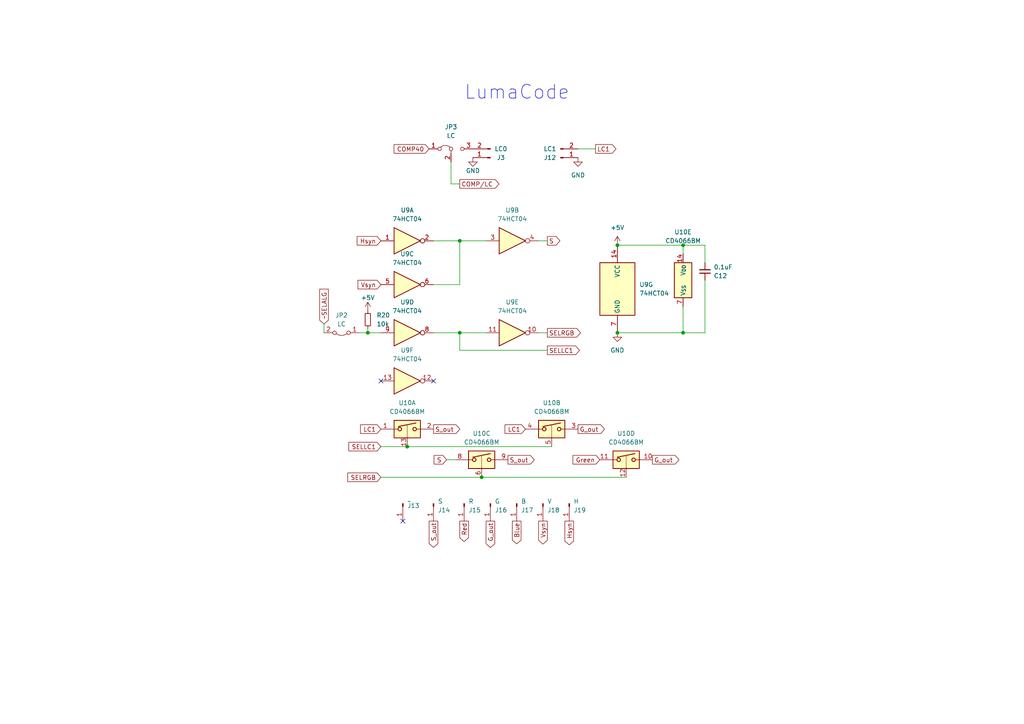
<source format=kicad_sch>
(kicad_sch (version 20230121) (generator eeschema)
  (paper "A4")
  (lib_symbols
    (symbol "74xx:74HCT04"
      (property "Reference" "U" (at 0 1.27 0))
      (property "Value" "74HCT04" (at 0 -1.27 0))
      (symbol "74HCT04_1_0"
        (polyline (pts (xy -3.81 3.81) (xy -3.81 -3.81) (xy 3.81 0) (xy -3.81 3.81)) (stroke (width 0.254)) (fill (type background)))
        (pin input line (at -7.62 0 0) (length 3.81) (name "~") (number "1"))
        (pin output inverted (at 7.62 0 180) (length 3.81) (name "~") (number "2"))
      )
      (symbol "74HCT04_2_0"
        (polyline (pts (xy -3.81 3.81) (xy -3.81 -3.81) (xy 3.81 0) (xy -3.81 3.81)) (stroke (width 0.254)) (fill (type background)))
        (pin input line (at -7.62 0 0) (length 3.81) (name "~") (number "3"))
        (pin output inverted (at 7.62 0 180) (length 3.81) (name "~") (number "4"))
      )
      (symbol "74HCT04_3_0"
        (polyline (pts (xy -3.81 3.81) (xy -3.81 -3.81) (xy 3.81 0) (xy -3.81 3.81)) (stroke (width 0.254)) (fill (type background)))
        (pin input line (at -7.62 0 0) (length 3.81) (name "~") (number "5"))
        (pin output inverted (at 7.62 0 180) (length 3.81) (name "~") (number "6"))
      )
      (symbol "74HCT04_4_0"
        (polyline (pts (xy -3.81 3.81) (xy -3.81 -3.81) (xy 3.81 0) (xy -3.81 3.81)) (stroke (width 0.254)) (fill (type background)))
        (pin output inverted (at 7.62 0 180) (length 3.81) (name "~") (number "8"))
        (pin input line (at -7.62 0 0) (length 3.81) (name "~") (number "9"))
      )
      (symbol "74HCT04_5_0"
        (polyline (pts (xy -3.81 3.81) (xy -3.81 -3.81) (xy 3.81 0) (xy -3.81 3.81)) (stroke (width 0.254)) (fill (type background)))
        (pin output inverted (at 7.62 0 180) (length 3.81) (name "~") (number "10"))
        (pin input line (at -7.62 0 0) (length 3.81) (name "~") (number "11"))
      )
      (symbol "74HCT04_6_0"
        (polyline (pts (xy -3.81 3.81) (xy -3.81 -3.81) (xy 3.81 0) (xy -3.81 3.81)) (stroke (width 0.254)) (fill (type background)))
        (pin output inverted (at 7.62 0 180) (length 3.81) (name "~") (number "12"))
        (pin input line (at -7.62 0 0) (length 3.81) (name "~") (number "13"))
      )
      (symbol "74HCT04_7_0"
        (pin power_in line (at 0 12.7 270) (length 5.08) (name "VCC") (number "14"))
        (pin power_in line (at 0 -12.7 90) (length 5.08) (name "GND") (number "7"))
      )
      (symbol "74HCT04_7_1"
        (rectangle (start -5.08 7.62) (end 5.08 -7.62) (stroke (width 0.254)) (fill (type background)))
      )
    )
    (symbol "Analog_Switch:CD4066BM"
      (property "Reference" "U" (at -5.08 3.81 0))
      (property "Value" "CD4066BM" (at 7.62 3.81 0))
      (symbol "CD4066BM_1_1"
        (rectangle (start -3.81 2.54) (end 3.81 -2.54) (stroke (width 0.254)) (fill (type background)))
        (circle (center -2.159 0) (radius 0.508) (stroke (width 0.254)))
        (polyline (pts (xy -5.08 0) (xy -2.794 0)))
        (polyline (pts (xy -2.54 0.762) (xy 2.54 1.778)) (stroke (width 0.254)))
        (polyline (pts (xy 0 -2.54) (xy 0 -2.032)))
        (polyline (pts (xy 0 -1.778) (xy 0 -1.524)))
        (polyline (pts (xy 0 -1.27) (xy 0 -1.016)))
        (polyline (pts (xy 0 -0.762) (xy 0 -0.508)))
        (polyline (pts (xy 0 -0.254) (xy 0 0)))
        (polyline (pts (xy 0 0.254) (xy 0 0.508)))
        (polyline (pts (xy 0 0.762) (xy 0 1.016)))
        (polyline (pts (xy 5.08 0) (xy 2.794 0)))
        (circle (center 2.159 0) (radius 0.508) (stroke (width 0.254)))
        (pin bidirectional line (at -7.62 0 0) (length 2.54) (name "~") (number "1"))
        (pin input line (at 0 -5.08 90) (length 2.54) (name "~") (number "13"))
        (pin bidirectional line (at 7.62 0 180) (length 2.54) (name "~") (number "2"))
      )
      (symbol "CD4066BM_2_1"
        (rectangle (start -3.81 2.54) (end 3.81 -2.54) (stroke (width 0.254)) (fill (type background)))
        (circle (center -2.159 0) (radius 0.508) (stroke (width 0.254)))
        (polyline (pts (xy -5.08 0) (xy -2.794 0)))
        (polyline (pts (xy -2.54 0.762) (xy 2.54 1.778)) (stroke (width 0.254)))
        (polyline (pts (xy 0 -2.54) (xy 0 -2.032)))
        (polyline (pts (xy 0 -1.778) (xy 0 -1.524)))
        (polyline (pts (xy 0 -1.27) (xy 0 -1.016)))
        (polyline (pts (xy 0 -0.762) (xy 0 -0.508)))
        (polyline (pts (xy 0 -0.254) (xy 0 0)))
        (polyline (pts (xy 0 0.254) (xy 0 0.508)))
        (polyline (pts (xy 0 0.762) (xy 0 1.016)))
        (polyline (pts (xy 5.08 0) (xy 2.794 0)))
        (circle (center 2.159 0) (radius 0.508) (stroke (width 0.254)))
        (pin bidirectional line (at 7.62 0 180) (length 2.54) (name "~") (number "3"))
        (pin bidirectional line (at -7.62 0 0) (length 2.54) (name "~") (number "4"))
        (pin input line (at 0 -5.08 90) (length 2.54) (name "~") (number "5"))
      )
      (symbol "CD4066BM_3_1"
        (rectangle (start -3.81 2.54) (end 3.81 -2.54) (stroke (width 0.254)) (fill (type background)))
        (circle (center -2.159 0) (radius 0.508) (stroke (width 0.254)))
        (polyline (pts (xy -5.08 0) (xy -2.794 0)))
        (polyline (pts (xy -2.54 0.762) (xy 2.54 1.778)) (stroke (width 0.254)))
        (polyline (pts (xy 0 -2.54) (xy 0 -2.032)))
        (polyline (pts (xy 0 -1.778) (xy 0 -1.524)))
        (polyline (pts (xy 0 -1.27) (xy 0 -1.016)))
        (polyline (pts (xy 0 -0.762) (xy 0 -0.508)))
        (polyline (pts (xy 0 -0.254) (xy 0 0)))
        (polyline (pts (xy 0 0.254) (xy 0 0.508)))
        (polyline (pts (xy 0 0.762) (xy 0 1.016)))
        (polyline (pts (xy 5.08 0) (xy 2.794 0)))
        (circle (center 2.159 0) (radius 0.508) (stroke (width 0.254)))
        (pin input line (at 0 -5.08 90) (length 2.54) (name "~") (number "6"))
        (pin bidirectional line (at -7.62 0 0) (length 2.54) (name "~") (number "8"))
        (pin bidirectional line (at 7.62 0 180) (length 2.54) (name "~") (number "9"))
      )
      (symbol "CD4066BM_4_1"
        (rectangle (start -3.81 2.54) (end 3.81 -2.54) (stroke (width 0.254)) (fill (type background)))
        (circle (center -2.159 0) (radius 0.508) (stroke (width 0.254)))
        (polyline (pts (xy -5.08 0) (xy -2.794 0)))
        (polyline (pts (xy -2.54 0.762) (xy 2.54 1.778)) (stroke (width 0.254)))
        (polyline (pts (xy 0 -2.54) (xy 0 -2.032)))
        (polyline (pts (xy 0 -1.778) (xy 0 -1.524)))
        (polyline (pts (xy 0 -1.27) (xy 0 -1.016)))
        (polyline (pts (xy 0 -0.762) (xy 0 -0.508)))
        (polyline (pts (xy 0 -0.254) (xy 0 0)))
        (polyline (pts (xy 0 0.254) (xy 0 0.508)))
        (polyline (pts (xy 0 0.762) (xy 0 1.016)))
        (polyline (pts (xy 5.08 0) (xy 2.794 0)))
        (circle (center 2.159 0) (radius 0.508) (stroke (width 0.254)))
        (pin bidirectional line (at 7.62 0 180) (length 2.54) (name "~") (number "10"))
        (pin bidirectional line (at -7.62 0 0) (length 2.54) (name "~") (number "11"))
        (pin input line (at 0 -5.08 90) (length 2.54) (name "~") (number "12"))
      )
      (symbol "CD4066BM_5_1"
        (rectangle (start -2.54 5.08) (end 2.54 -5.08) (stroke (width 0.254)) (fill (type background)))
        (pin power_in line (at 0 7.62 270) (length 2.54) (name "V_{DD}") (number "14"))
        (pin power_in line (at 0 -7.62 90) (length 2.54) (name "V_{SS}") (number "7"))
      )
    )
    (symbol "Connector:Conn_01x01_Pin" (pin_names (offset 1.016) hide)
      (property "Reference" "J" (at 0 2.54 0))
      (property "Value" "Conn_01x01_Pin" (at 0 -2.54 0))
      (symbol "Conn_01x01_Pin_1_1"
        (polyline (pts (xy 1.27 0) (xy 0.8636 0)) (stroke (width 0.1524)))
        (rectangle (start 0.8636 0.127) (end 0 -0.127) (stroke (width 0.1524)) (fill (type outline)))
        (pin passive line (at 5.08 0 180) (length 3.81) (name "Pin_1") (number "1"))
      )
    )
    (symbol "Connector:Conn_01x02_Pin" (pin_names (offset 1.016) hide)
      (property "Reference" "J" (at 0 2.54 0))
      (property "Value" "Conn_01x02_Pin" (at 0 -5.08 0))
      (symbol "Conn_01x02_Pin_1_1"
        (polyline (pts (xy 1.27 -2.54) (xy 0.8636 -2.54)) (stroke (width 0.1524)))
        (polyline (pts (xy 1.27 0) (xy 0.8636 0)) (stroke (width 0.1524)))
        (rectangle (start 0.8636 -2.413) (end 0 -2.667) (stroke (width 0.1524)) (fill (type outline)))
        (rectangle (start 0.8636 0.127) (end 0 -0.127) (stroke (width 0.1524)) (fill (type outline)))
        (pin passive line (at 5.08 0 180) (length 3.81) (name "Pin_1") (number "1"))
        (pin passive line (at 5.08 -2.54 180) (length 3.81) (name "Pin_2") (number "2"))
      )
    )
    (symbol "Device:C_Small" (pin_numbers hide) (pin_names (offset 0.254) hide)
      (property "Reference" "C" (at 0.254 1.778 0))
      (property "Value" "C_Small" (at 0.254 -2.032 0))
      (symbol "C_Small_0_1"
        (polyline (pts (xy -1.524 -0.508) (xy 1.524 -0.508)) (stroke (width 0.3302)))
        (polyline (pts (xy -1.524 0.508) (xy 1.524 0.508)) (stroke (width 0.3048)))
      )
      (symbol "C_Small_1_1"
        (pin passive line (at 0 2.54 270) (length 2.032) (name "~") (number "1"))
        (pin passive line (at 0 -2.54 90) (length 2.032) (name "~") (number "2"))
      )
    )
    (symbol "Device:R_Small" (pin_numbers hide) (pin_names (offset 0.254) hide)
      (property "Reference" "R" (at 0.762 0.508 0))
      (property "Value" "R_Small" (at 0.762 -1.016 0))
      (symbol "R_Small_0_1"
        (rectangle (start -0.762 1.778) (end 0.762 -1.778) (stroke (width 0.2032)))
      )
      (symbol "R_Small_1_1"
        (pin passive line (at 0 2.54 270) (length 0.762) (name "~") (number "1"))
        (pin passive line (at 0 -2.54 90) (length 0.762) (name "~") (number "2"))
      )
    )
    (symbol "Jumper:Jumper_2_Bridged" (pin_names (offset 0) hide)
      (property "Reference" "JP" (at 0 1.905 0))
      (property "Value" "Jumper_2_Bridged" (at 0 -2.54 0))
      (symbol "Jumper_2_Bridged_0_0"
        (circle (center -2.032 0) (radius 0.508))
        (circle (center 2.032 0) (radius 0.508))
      )
      (symbol "Jumper_2_Bridged_0_1"
        (arc (start 1.524 0.254) (mid 0 0.762) (end -1.524 0.254))
      )
      (symbol "Jumper_2_Bridged_1_1"
        (pin passive line (at -5.08 0 0) (length 2.54) (name "A") (number "1"))
        (pin passive line (at 5.08 0 180) (length 2.54) (name "B") (number "2"))
      )
    )
    (symbol "Jumper:Jumper_3_Bridged12" (pin_names (offset 0) hide)
      (property "Reference" "JP" (at -2.54 -2.54 0))
      (property "Value" "Jumper_3_Bridged12" (at 0 2.794 0))
      (symbol "Jumper_3_Bridged12_0_0"
        (circle (center -3.302 0) (radius 0.508))
        (circle (center 0 0) (radius 0.508))
        (circle (center 3.302 0) (radius 0.508))
      )
      (symbol "Jumper_3_Bridged12_0_1"
        (arc (start -0.254 0.508) (mid -1.651 0.9912) (end -3.048 0.508))
        (polyline (pts (xy 0 -1.27) (xy 0 -0.508)))
      )
      (symbol "Jumper_3_Bridged12_1_1"
        (pin passive line (at -6.35 0 0) (length 2.54) (name "A") (number "1"))
        (pin passive line (at 0 -3.81 90) (length 2.54) (name "C") (number "2"))
        (pin passive line (at 6.35 0 180) (length 2.54) (name "B") (number "3"))
      )
    )
    (symbol "power:+5V" (power) (pin_names (offset 0))
      (property "Value" "+5V" (at 0 3.556 0))
      (symbol "+5V_0_1"
        (polyline (pts (xy -0.762 1.27) (xy 0 2.54)))
        (polyline (pts (xy 0 0) (xy 0 2.54)))
        (polyline (pts (xy 0 2.54) (xy 0.762 1.27)))
      )
      (symbol "+5V_1_1"
        (pin power_in line (at 0 0 90) (length 0) hide (name "+5V") (number "1"))
      )
    )
    (symbol "power:GND" (power) (pin_names (offset 0))
      (property "Value" "GND" (at 0 -3.81 0))
      (symbol "GND_0_1"
        (polyline (pts (xy 0 0) (xy 0 -1.27) (xy 1.27 -1.27) (xy 0 -2.54) (xy -1.27 -1.27) (xy 0 -1.27)))
      )
      (symbol "GND_1_1"
        (pin power_in line (at 0 0 270) (length 0) hide (name "GND") (number "1"))
      )
    )
  )
  (junction (at 118.11 129.54))
  (junction (at 133.35 96.52))
  (junction (at 133.35 69.85))
  (junction (at 198.12 71.12))
  (junction (at 179.07 96.52))
  (junction (at 179.07 71.12))
  (junction (at 106.68 96.52))
  (junction (at 139.7 138.43))
  (junction (at 198.12 96.52))
  (no_connect (at 125.73 110.49))
  (no_connect (at 116.84 151.13))
  (no_connect (at 110.49 110.49))
  (wire (pts (xy 204.47 71.12) (xy 204.47 76.2)))
  (wire (pts (xy 198.12 88.9) (xy 198.12 96.52)))
  (wire (pts (xy 118.11 129.54) (xy 160.02 129.54)))
  (wire (pts (xy 110.49 129.54) (xy 118.11 129.54)))
  (wire (pts (xy 204.47 81.28) (xy 204.47 96.52)))
  (wire (pts (xy 133.35 96.52) (xy 133.35 101.6)))
  (wire (pts (xy 106.68 95.25) (xy 106.68 96.52)))
  (wire (pts (xy 139.7 138.43) (xy 181.61 138.43)))
  (wire (pts (xy 198.12 71.12) (xy 179.07 71.12)))
  (wire (pts (xy 198.12 71.12) (xy 198.12 73.66)))
  (wire (pts (xy 104.14 96.52) (xy 106.68 96.52)))
  (wire (pts (xy 110.49 138.43) (xy 139.7 138.43)))
  (wire (pts (xy 204.47 96.52) (xy 198.12 96.52)))
  (wire (pts (xy 129.54 133.35) (xy 132.08 133.35)))
  (wire (pts (xy 130.81 53.34) (xy 130.81 46.99)))
  (wire (pts (xy 133.35 101.6) (xy 158.75 101.6)))
  (wire (pts (xy 133.35 96.52) (xy 140.97 96.52)))
  (wire (pts (xy 125.73 82.55) (xy 133.35 82.55)))
  (wire (pts (xy 198.12 71.12) (xy 204.47 71.12)))
  (wire (pts (xy 133.35 53.34) (xy 130.81 53.34)))
  (wire (pts (xy 106.68 96.52) (xy 110.49 96.52)))
  (wire (pts (xy 125.73 69.85) (xy 133.35 69.85)))
  (wire (pts (xy 133.35 69.85) (xy 140.97 69.85)))
  (wire (pts (xy 93.98 93.98) (xy 93.98 96.52)))
  (wire (pts (xy 125.73 96.52) (xy 133.35 96.52)))
  (wire (pts (xy 156.21 96.52) (xy 158.75 96.52)))
  (wire (pts (xy 133.35 82.55) (xy 133.35 69.85)))
  (wire (pts (xy 156.21 69.85) (xy 158.75 69.85)))
  (wire (pts (xy 198.12 96.52) (xy 179.07 96.52)))
  (wire (pts (xy 167.64 43.18) (xy 172.72 43.18)))
  (text "LumaCode" (at 134.62 29.21 0) (effects (font (size 4 4)) (justify left bottom)))
  (global_label "G_out" (shape output) (at 167.64 124.46 0) (property "Intersheetrefs" "${INTERSHEET_REFS}" (effects hide)))
  (global_label "Green" (shape input) (at 173.99 133.35 180) (property "Intersheetrefs" "${INTERSHEET_REFS}" (effects hide)))
  (global_label "SELRGB" (shape output) (at 158.75 96.52 0) (property "Intersheetrefs" "${INTERSHEET_REFS}" (effects hide)))
  (global_label "LC1" (shape output) (at 172.72 43.18 0) (property "Intersheetrefs" "${INTERSHEET_REFS}" (effects hide)))
  (global_label "Vsyn" (shape output) (at 157.48 151.13 270) (property "Intersheetrefs" "${INTERSHEET_REFS}" (effects hide)))
  (global_label "Vsyn" (shape input) (at 110.49 82.55 180) (property "Intersheetrefs" "${INTERSHEET_REFS}" (effects hide)))
  (global_label "S_out" (shape output) (at 125.73 124.46 0) (property "Intersheetrefs" "${INTERSHEET_REFS}" (effects hide)))
  (global_label "G_out" (shape output) (at 142.24 151.13 270) (property "Intersheetrefs" "${INTERSHEET_REFS}" (effects hide)))
  (global_label "S_out" (shape output) (at 147.32 133.35 0) (property "Intersheetrefs" "${INTERSHEET_REFS}" (effects hide)))
  (global_label "~SELALG" (shape input) (at 93.98 93.98 90) (property "Intersheetrefs" "${INTERSHEET_REFS}" (effects hide)))
  (global_label "G_out" (shape output) (at 189.23 133.35 0) (property "Intersheetrefs" "${INTERSHEET_REFS}" (effects hide)))
  (global_label "SELLC1" (shape input) (at 110.49 129.54 180) (property "Intersheetrefs" "${INTERSHEET_REFS}" (effects hide)))
  (global_label "S" (shape input) (at 129.54 133.35 180) (property "Intersheetrefs" "${INTERSHEET_REFS}" (effects hide)))
  (global_label "S" (shape output) (at 158.75 69.85 0) (property "Intersheetrefs" "${INTERSHEET_REFS}" (effects hide)))
  (global_label "SELLC1" (shape output) (at 158.75 101.6 0) (property "Intersheetrefs" "${INTERSHEET_REFS}" (effects hide)))
  (global_label "S_out" (shape output) (at 125.73 151.13 270) (property "Intersheetrefs" "${INTERSHEET_REFS}" (effects hide)))
  (global_label "COMP{slash}LC" (shape output) (at 133.35 53.34 0) (property "Intersheetrefs" "${INTERSHEET_REFS}" (effects hide)))
  (global_label "COMP40" (shape input) (at 124.46 43.18 180) (property "Intersheetrefs" "${INTERSHEET_REFS}" (effects hide)))
  (global_label "SELRGB" (shape input) (at 110.49 138.43 180) (property "Intersheetrefs" "${INTERSHEET_REFS}" (effects hide)))
  (global_label "Blue" (shape output) (at 149.86 151.13 270) (property "Intersheetrefs" "${INTERSHEET_REFS}" (effects hide)))
  (global_label "LC1" (shape input) (at 110.49 124.46 180) (property "Intersheetrefs" "${INTERSHEET_REFS}" (effects hide)))
  (global_label "Red" (shape output) (at 134.62 151.13 270) (property "Intersheetrefs" "${INTERSHEET_REFS}" (effects hide)))
  (global_label "Hsyn" (shape input) (at 110.49 69.85 180) (property "Intersheetrefs" "${INTERSHEET_REFS}" (effects hide)))
  (global_label "LC1" (shape input) (at 152.4 124.46 180) (property "Intersheetrefs" "${INTERSHEET_REFS}" (effects hide)))
  (global_label "Hsyn" (shape output) (at 165.1 151.13 270) (property "Intersheetrefs" "${INTERSHEET_REFS}" (effects hide)))
  (symbol (lib_id "Analog_Switch:CD4066BM") (at 181.61 133.35 0) (unit 4)
    (property "Reference" "U10" (at 181.61 125.73 0))
    (property "Value" "CD4066BM" (at 181.61 128.27 0))
    (property "Footprint" "Package_SO:SO-14_3.9x8.65mm_P1.27mm" (effects hide))
    (property "Datasheet" "https://www.ti.com/lit/ds/symlink/cd4066b.pdf" (effects hide))
  )
  (symbol (lib_id "power:+5V") (at 179.07 71.12 0) (unit 1)
    (property "Reference" "#PWR052" (effects hide))
    (property "Value" "+5V" (at 179.07 66.04 0))
  )
  (symbol (lib_id "Connector:Conn_01x02_Pin") (at 142.24 45.72 180) (unit 1)
    (property "Reference" "J3" (at 145.288 45.72 0))
    (property "Value" "LC0" (at 145.288 43.18 0))
    (property "Footprint" "Connector_PinHeader_2.54mm:PinHeader_1x02_P2.54mm_Vertical" (effects hide))
  )
  (symbol (lib_id "Connector:Conn_01x02_Pin") (at 162.56 45.72 0) (mirror x) (unit 1)
    (property "Reference" "J12" (at 159.512 45.72 0))
    (property "Value" "LC1" (at 159.512 43.18 0))
    (property "Footprint" "Connector_PinHeader_2.54mm:PinHeader_1x02_P2.54mm_Vertical" (effects hide))
  )
  (symbol (lib_id "Connector:Conn_01x01_Pin") (at 142.24 146.05 90) (mirror x) (unit 1)
    (property "Reference" "J16" (at 143.51 147.955 90) (effects (justify right)))
    (property "Value" "G" (at 143.51 145.415 90) (effects (justify right)))
    (property "Footprint" "Connector_PinHeader_2.54mm:PinHeader_1x01_P2.54mm_Vertical" (effects hide))
  )
  (symbol (lib_id "74xx:74HCT04") (at 118.11 82.55 0) (unit 3)
    (property "Reference" "U9" (at 118.11 73.66 0))
    (property "Value" "74HCT04" (at 118.11 76.2 0))
    (property "Footprint" "Package_SO:SO-14_3.9x8.65mm_P1.27mm" (effects hide))
    (property "Datasheet" "https://assets.nexperia.com/documents/data-sheet/74HC_HCT04.pdf" (effects hide))
  )
  (symbol (lib_id "power:GND") (at 179.07 96.52 0) (unit 1)
    (property "Reference" "#PWR051" (effects hide))
    (property "Value" "GND" (at 179.07 101.6 0))
  )
  (symbol (lib_id "Connector:Conn_01x01_Pin") (at 157.48 146.05 90) (mirror x) (unit 1)
    (property "Reference" "J18" (at 158.75 147.955 90) (effects (justify right)))
    (property "Value" "V" (at 158.75 145.415 90) (effects (justify right)))
    (property "Footprint" "Connector_PinHeader_2.54mm:PinHeader_1x01_P2.54mm_Vertical" (effects hide))
  )
  (symbol (lib_id "Connector:Conn_01x01_Pin") (at 149.86 146.05 90) (mirror x) (unit 1)
    (property "Reference" "J17" (at 151.13 147.955 90) (effects (justify right)))
    (property "Value" "B" (at 151.13 145.415 90) (effects (justify right)))
    (property "Footprint" "Connector_PinHeader_2.54mm:PinHeader_1x01_P2.54mm_Vertical" (effects hide))
  )
  (symbol (lib_id "74xx:74HCT04") (at 118.11 96.52 0) (unit 4)
    (property "Reference" "U9" (at 118.11 87.63 0))
    (property "Value" "74HCT04" (at 118.11 90.17 0))
    (property "Footprint" "Package_SO:SO-14_3.9x8.65mm_P1.27mm" (effects hide))
    (property "Datasheet" "https://assets.nexperia.com/documents/data-sheet/74HC_HCT04.pdf" (effects hide))
  )
  (symbol (lib_id "power:GND") (at 167.64 45.72 0) (unit 1)
    (property "Reference" "#PWR053" (effects hide))
    (property "Value" "GND" (at 167.64 50.8 0))
  )
  (symbol (lib_id "Connector:Conn_01x01_Pin") (at 134.62 146.05 90) (mirror x) (unit 1)
    (property "Reference" "J15" (at 135.89 147.955 90) (effects (justify right)))
    (property "Value" "R" (at 135.89 145.415 90) (effects (justify right)))
    (property "Footprint" "Connector_PinHeader_2.54mm:PinHeader_1x01_P2.54mm_Vertical" (effects hide))
  )
  (symbol (lib_id "Analog_Switch:CD4066BM") (at 160.02 124.46 0) (unit 2)
    (property "Reference" "U10" (at 160.02 116.84 0))
    (property "Value" "CD4066BM" (at 160.02 119.38 0))
    (property "Footprint" "Package_SO:SO-14_3.9x8.65mm_P1.27mm" (effects hide))
    (property "Datasheet" "https://www.ti.com/lit/ds/symlink/cd4066b.pdf" (effects hide))
  )
  (symbol (lib_id "74xx:74HCT04") (at 148.59 96.52 0) (unit 5)
    (property "Reference" "U9" (at 148.59 87.63 0))
    (property "Value" "74HCT04" (at 148.59 90.17 0))
    (property "Footprint" "Package_SO:SO-14_3.9x8.65mm_P1.27mm" (effects hide))
    (property "Datasheet" "https://assets.nexperia.com/documents/data-sheet/74HC_HCT04.pdf" (effects hide))
  )
  (symbol (lib_id "Device:C_Small") (at 204.47 78.74 0) (mirror x) (unit 1)
    (property "Reference" "C12" (at 207.01 80.0037 0) (effects (justify left)))
    (property "Value" "0.1uF" (at 207.01 77.4637 0) (effects (justify left)))
    (property "Footprint" "Capacitor_SMD:C_1206_3216Metric" (effects hide))
  )
  (symbol (lib_id "Connector:Conn_01x01_Pin") (at 125.73 146.05 90) (mirror x) (unit 1)
    (property "Reference" "J14" (at 127 147.955 90) (effects (justify right)))
    (property "Value" "S" (at 127 145.415 90) (effects (justify right)))
    (property "Footprint" "Connector_PinHeader_2.54mm:PinHeader_1x01_P2.54mm_Vertical" (effects hide))
  )
  (symbol (lib_id "Analog_Switch:CD4066BM") (at 139.7 133.35 0) (unit 3)
    (property "Reference" "U10" (at 139.7 125.73 0))
    (property "Value" "CD4066BM" (at 139.7 128.27 0))
    (property "Footprint" "Package_SO:SO-14_3.9x8.65mm_P1.27mm" (effects hide))
    (property "Datasheet" "https://www.ti.com/lit/ds/symlink/cd4066b.pdf" (effects hide))
  )
  (symbol (lib_id "Analog_Switch:CD4066BM") (at 118.11 124.46 0) (unit 1)
    (property "Reference" "U10" (at 118.11 116.84 0))
    (property "Value" "CD4066BM" (at 118.11 119.38 0))
    (property "Footprint" "Package_SO:SO-14_3.9x8.65mm_P1.27mm" (effects hide))
    (property "Datasheet" "https://www.ti.com/lit/ds/symlink/cd4066b.pdf" (effects hide))
  )
  (symbol (lib_id "Jumper:Jumper_2_Bridged") (at 99.06 96.52 180) (unit 1)
    (property "Reference" "JP2" (at 99.06 91.44 0))
    (property "Value" "LC" (at 99.06 93.98 0))
    (property "Footprint" "Connector_PinHeader_1.27mm:PinHeader_1x02_P1.27mm_Vertical" (effects hide))
  )
  (symbol (lib_id "74xx:74HCT04") (at 148.59 69.85 0) (unit 2)
    (property "Reference" "U9" (at 148.59 60.96 0))
    (property "Value" "74HCT04" (at 148.59 63.5 0))
    (property "Footprint" "Package_SO:SO-14_3.9x8.65mm_P1.27mm" (effects hide))
    (property "Datasheet" "https://assets.nexperia.com/documents/data-sheet/74HC_HCT04.pdf" (effects hide))
  )
  (symbol (lib_id "74xx:74HCT04") (at 118.11 110.49 0) (unit 6)
    (property "Reference" "U9" (at 118.11 101.6 0))
    (property "Value" "74HCT04" (at 118.11 104.14 0))
    (property "Footprint" "Package_SO:SO-14_3.9x8.65mm_P1.27mm" (effects hide))
    (property "Datasheet" "https://assets.nexperia.com/documents/data-sheet/74HC_HCT04.pdf" (effects hide))
  )
  (symbol (lib_id "power:GND") (at 137.16 45.72 0) (unit 1)
    (property "Reference" "#PWR037" (effects hide))
    (property "Value" "GND" (at 137.16 49.53 0))
  )
  (symbol (lib_id "Device:R_Small") (at 106.68 92.71 0) (unit 1)
    (property "Reference" "R20" (at 109.22 91.44 0) (effects (justify left)))
    (property "Value" "10k" (at 109.22 93.98 0) (effects (justify left)))
    (property "Footprint" "Resistor_SMD:R_1206_3216Metric" (effects hide))
  )
  (symbol (lib_id "Connector:Conn_01x01_Pin") (at 116.84 146.05 90) (mirror x) (unit 1)
    (property "Reference" "J13" (at 118.11 146.685 90) (effects (justify right)))
    (property "Value" "~" (at 118.11 145.415 90) (effects (justify right)))
    (property "Footprint" "Connector_PinHeader_2.54mm:PinHeader_1x01_P2.54mm_Vertical" (effects hide))
  )
  (symbol (lib_id "74xx:74HCT04") (at 118.11 69.85 0) (unit 1)
    (property "Reference" "U9" (at 118.11 60.96 0))
    (property "Value" "74HCT04" (at 118.11 63.5 0))
    (property "Footprint" "Package_SO:SO-14_3.9x8.65mm_P1.27mm" (effects hide))
    (property "Datasheet" "https://assets.nexperia.com/documents/data-sheet/74HC_HCT04.pdf" (effects hide))
  )
  (symbol (lib_id "power:+5V") (at 106.68 90.17 0) (unit 1)
    (property "Reference" "#PWR055" (effects hide))
    (property "Value" "+5V" (at 106.68 86.36 0))
  )
  (symbol (lib_id "Analog_Switch:CD4066BM") (at 198.12 81.28 0) (unit 5)
    (property "Reference" "U10" (at 198.12 67.31 0))
    (property "Value" "CD4066BM" (at 198.12 69.85 0))
    (property "Footprint" "Package_SO:SO-14_3.9x8.65mm_P1.27mm" (effects hide))
    (property "Datasheet" "https://www.ti.com/lit/ds/symlink/cd4066b.pdf" (effects hide))
  )
  (symbol (lib_id "74xx:74HCT04") (at 179.07 83.82 0) (unit 7)
    (property "Reference" "U9" (at 185.42 82.55 0) (effects (justify left)))
    (property "Value" "74HCT04" (at 185.42 85.09 0) (effects (justify left)))
    (property "Footprint" "Package_SO:SO-14_3.9x8.65mm_P1.27mm" (effects hide))
    (property "Datasheet" "https://assets.nexperia.com/documents/data-sheet/74HC_HCT04.pdf" (effects hide))
  )
  (symbol (lib_id "Connector:Conn_01x01_Pin") (at 165.1 146.05 90) (mirror x) (unit 1)
    (property "Reference" "J19" (at 166.37 147.955 90) (effects (justify right)))
    (property "Value" "H" (at 166.37 145.415 90) (effects (justify right)))
    (property "Footprint" "Connector_PinHeader_2.54mm:PinHeader_1x01_P2.54mm_Vertical" (effects hide))
  )
  (symbol (lib_id "Jumper:Jumper_3_Bridged12") (at 130.81 43.18 0) (unit 1)
    (property "Reference" "JP3" (at 130.81 36.83 0))
    (property "Value" "LC" (at 130.81 39.37 0))
    (property "Footprint" "Connector_PinHeader_1.27mm:PinHeader_1x03_P1.27mm_Vertical" (effects hide))
  )
)
</source>
